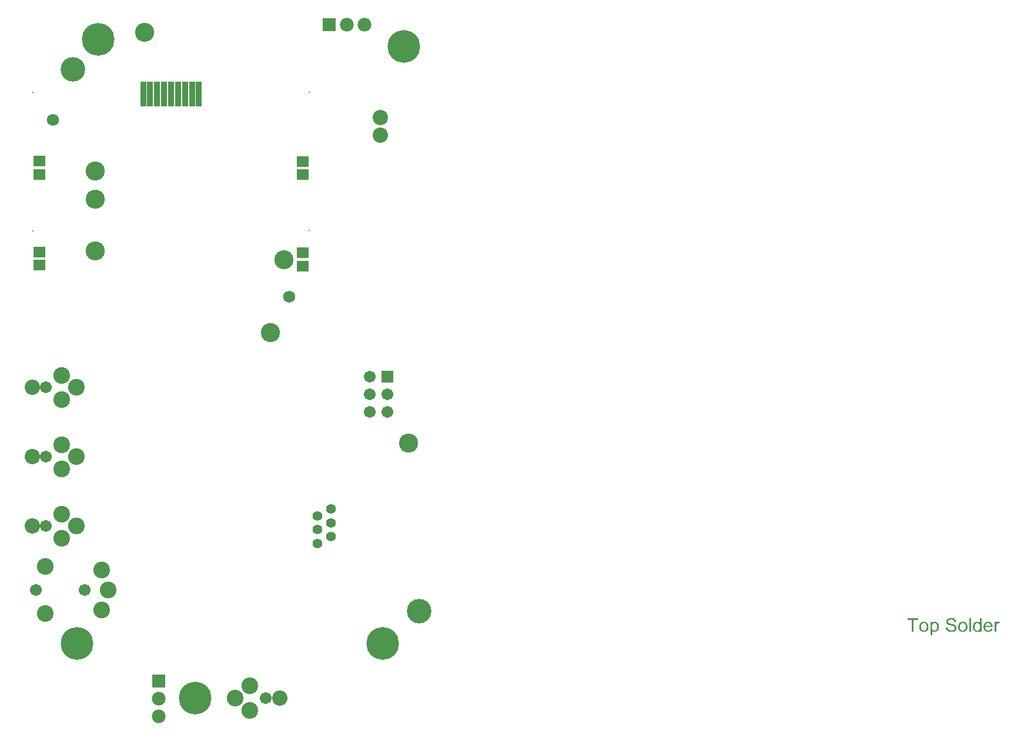
<source format=gts>
%FSLAX25Y25*%
%MOIN*%
G70*
G01*
G75*
G04 Layer_Color=8388736*
%ADD10R,0.05906X0.05118*%
%ADD11R,0.03000X0.13386*%
%ADD12C,0.01200*%
%ADD13C,0.02500*%
%ADD14C,0.05000*%
%ADD15C,0.17716*%
%ADD16C,0.08661*%
%ADD17C,0.05906*%
%ADD18C,0.10000*%
%ADD19C,0.07874*%
%ADD20C,0.07000*%
%ADD21R,0.07000X0.07000*%
%ADD22C,0.07874*%
%ADD23R,0.05906X0.05906*%
%ADD24R,0.07000X0.07000*%
%ADD25C,0.04724*%
%ADD26C,0.06000*%
%ADD27C,0.03150*%
%ADD28C,0.03937*%
%ADD29R,0.03937X0.11811*%
%ADD30R,0.02756X0.03937*%
%ADD31R,0.03600X0.03600*%
%ADD32R,0.05000X0.03600*%
%ADD33R,0.02362X0.03543*%
%ADD34R,0.03543X0.02362*%
%ADD35R,0.03937X0.04331*%
%ADD36R,0.09843X0.07087*%
%ADD37R,0.07087X0.09843*%
%ADD38R,0.06299X0.13780*%
%ADD39R,0.13780X0.06299*%
%ADD40R,0.03937X0.02362*%
%ADD41O,0.08858X0.01575*%
%ADD42R,0.06890X0.04921*%
%ADD43O,0.02165X0.06890*%
%ADD44O,0.06890X0.02165*%
%ADD45R,0.07087X0.03937*%
%ADD46R,0.04331X0.03937*%
%ADD47R,0.07874X0.03150*%
%ADD48R,0.03600X0.05000*%
%ADD49R,0.03600X0.03600*%
%ADD50R,0.02559X0.04331*%
%ADD51R,0.05315X0.01575*%
%ADD52R,0.06299X0.08268*%
%ADD53R,0.07480X0.07480*%
%ADD54R,0.21654X0.08465*%
%ADD55R,0.05000X0.02500*%
%ADD56R,0.10000X0.10512*%
%ADD57C,0.02000*%
%ADD58C,0.10000*%
%ADD59R,0.46850X0.13386*%
%ADD60R,0.24410X0.18504*%
%ADD61R,0.34646X0.04724*%
%ADD62R,0.25591X0.18110*%
%ADD63R,0.20079X0.05512*%
%ADD64R,0.10236X0.26378*%
%ADD65R,0.27559X0.20472*%
%ADD66R,0.27165X0.35433*%
%ADD67R,0.08661X0.04331*%
%ADD68R,0.09449X0.02362*%
%ADD69R,0.05118X0.07087*%
%ADD70R,0.03937X0.05118*%
%ADD71R,0.03937X0.03150*%
%ADD72R,0.07874X0.15748*%
%ADD73C,0.00965*%
%ADD74C,0.01000*%
%ADD75C,0.00500*%
%ADD76C,0.00700*%
%ADD77R,0.06706X0.05918*%
%ADD78R,0.03800X0.14186*%
%ADD79C,0.18517*%
%ADD80C,0.09461*%
%ADD81C,0.06706*%
%ADD82C,0.10800*%
%ADD83C,0.13874*%
%ADD84C,0.07800*%
%ADD85R,0.07800X0.07800*%
%ADD86C,0.08674*%
%ADD87R,0.06706X0.06706*%
%ADD88R,0.07800X0.07800*%
%ADD89C,0.05524*%
G04:AMPARAMS|DCode=90|XSize=8mil|YSize=8mil|CornerRadius=0mil|HoleSize=0mil|Usage=FLASHONLY|Rotation=90.000|XOffset=0mil|YOffset=0mil|HoleType=Round|Shape=RoundedRectangle|*
%AMROUNDEDRECTD90*
21,1,0.00800,0.00800,0,0,90.0*
21,1,0.00800,0.00800,0,0,90.0*
1,1,0.00000,0.00400,0.00400*
1,1,0.00000,0.00400,-0.00400*
1,1,0.00000,-0.00400,-0.00400*
1,1,0.00000,-0.00400,0.00400*
%
%ADD90ROUNDEDRECTD90*%
%ADD91C,0.06800*%
G36*
X548227Y24112D02*
X548315Y24101D01*
X548427Y24079D01*
X548549Y24057D01*
X548693Y24023D01*
X548827Y23990D01*
X548982Y23934D01*
X549126Y23879D01*
X549282Y23801D01*
X549438Y23712D01*
X549593Y23612D01*
X549738Y23490D01*
X549871Y23357D01*
X549882Y23345D01*
X549904Y23323D01*
X549937Y23279D01*
X549982Y23212D01*
X550037Y23134D01*
X550093Y23045D01*
X550160Y22934D01*
X550226Y22801D01*
X550293Y22657D01*
X550360Y22501D01*
X550415Y22323D01*
X550471Y22134D01*
X550515Y21923D01*
X550549Y21701D01*
X550571Y21468D01*
X550582Y21212D01*
Y21201D01*
Y21157D01*
Y21079D01*
X550571Y20968D01*
X546405D01*
Y20957D01*
Y20923D01*
X546416Y20879D01*
Y20812D01*
X546427Y20735D01*
X546449Y20646D01*
X546482Y20446D01*
X546549Y20223D01*
X546638Y19979D01*
X546760Y19757D01*
X546916Y19557D01*
X546927D01*
X546938Y19535D01*
X547005Y19479D01*
X547105Y19401D01*
X547238Y19324D01*
X547415Y19235D01*
X547615Y19157D01*
X547838Y19101D01*
X547960Y19090D01*
X548093Y19079D01*
X548182D01*
X548282Y19090D01*
X548404Y19113D01*
X548538Y19146D01*
X548693Y19190D01*
X548838Y19257D01*
X548982Y19346D01*
X548993Y19357D01*
X549049Y19401D01*
X549115Y19468D01*
X549193Y19557D01*
X549282Y19679D01*
X549382Y19835D01*
X549482Y20012D01*
X549571Y20223D01*
X550549Y20101D01*
Y20090D01*
X550537Y20068D01*
X550526Y20023D01*
X550504Y19957D01*
X550471Y19890D01*
X550437Y19801D01*
X550349Y19613D01*
X550238Y19401D01*
X550082Y19179D01*
X549904Y18968D01*
X549682Y18768D01*
X549671D01*
X549649Y18746D01*
X549615Y18724D01*
X549571Y18690D01*
X549504Y18657D01*
X549438Y18624D01*
X549349Y18579D01*
X549249Y18535D01*
X549138Y18490D01*
X549026Y18446D01*
X548749Y18379D01*
X548438Y18324D01*
X548093Y18302D01*
X547971D01*
X547893Y18313D01*
X547793Y18324D01*
X547671Y18346D01*
X547538Y18368D01*
X547393Y18390D01*
X547082Y18479D01*
X546916Y18546D01*
X546760Y18613D01*
X546593Y18701D01*
X546438Y18801D01*
X546293Y18913D01*
X546149Y19046D01*
X546138Y19057D01*
X546116Y19079D01*
X546082Y19124D01*
X546038Y19190D01*
X545982Y19268D01*
X545927Y19357D01*
X545860Y19468D01*
X545793Y19590D01*
X545727Y19735D01*
X545660Y19890D01*
X545605Y20068D01*
X545549Y20257D01*
X545505Y20457D01*
X545471Y20679D01*
X545449Y20912D01*
X545438Y21157D01*
Y21168D01*
Y21223D01*
Y21290D01*
X545449Y21390D01*
X545460Y21512D01*
X545471Y21646D01*
X545494Y21801D01*
X545527Y21957D01*
X545616Y22312D01*
X545671Y22490D01*
X545738Y22679D01*
X545827Y22857D01*
X545927Y23023D01*
X546038Y23190D01*
X546160Y23345D01*
X546171Y23357D01*
X546193Y23379D01*
X546238Y23412D01*
X546293Y23468D01*
X546360Y23523D01*
X546449Y23590D01*
X546549Y23668D01*
X546671Y23734D01*
X546793Y23812D01*
X546938Y23879D01*
X547093Y23945D01*
X547260Y24001D01*
X547438Y24057D01*
X547627Y24090D01*
X547827Y24112D01*
X548038Y24123D01*
X548149D01*
X548227Y24112D01*
D02*
G37*
G36*
X533861D02*
X533961Y24101D01*
X534072Y24079D01*
X534195Y24057D01*
X534339Y24034D01*
X534639Y23934D01*
X534795Y23879D01*
X534950Y23801D01*
X535106Y23723D01*
X535261Y23612D01*
X535406Y23501D01*
X535550Y23368D01*
X535561Y23357D01*
X535583Y23334D01*
X535617Y23290D01*
X535661Y23234D01*
X535717Y23156D01*
X535783Y23057D01*
X535850Y22945D01*
X535917Y22823D01*
X535983Y22690D01*
X536050Y22523D01*
X536117Y22357D01*
X536172Y22168D01*
X536217Y21968D01*
X536250Y21757D01*
X536272Y21534D01*
X536283Y21290D01*
Y21279D01*
Y21246D01*
Y21190D01*
Y21112D01*
X536272Y21023D01*
X536261Y20912D01*
Y20801D01*
X536239Y20679D01*
X536206Y20401D01*
X536139Y20123D01*
X536061Y19846D01*
X535950Y19590D01*
Y19579D01*
X535939Y19568D01*
X535917Y19535D01*
X535894Y19490D01*
X535817Y19379D01*
X535717Y19246D01*
X535583Y19090D01*
X535417Y18935D01*
X535228Y18779D01*
X535006Y18635D01*
X534995D01*
X534983Y18624D01*
X534950Y18601D01*
X534895Y18579D01*
X534839Y18557D01*
X534772Y18535D01*
X534606Y18468D01*
X534417Y18413D01*
X534184Y18357D01*
X533939Y18313D01*
X533673Y18302D01*
X533561D01*
X533472Y18313D01*
X533372Y18324D01*
X533261Y18346D01*
X533128Y18368D01*
X532995Y18390D01*
X532695Y18479D01*
X532528Y18546D01*
X532373Y18613D01*
X532217Y18701D01*
X532061Y18801D01*
X531917Y18913D01*
X531773Y19046D01*
X531762Y19057D01*
X531739Y19079D01*
X531706Y19124D01*
X531662Y19190D01*
X531606Y19268D01*
X531551Y19357D01*
X531484Y19468D01*
X531417Y19601D01*
X531351Y19746D01*
X531284Y19912D01*
X531228Y20090D01*
X531173Y20279D01*
X531128Y20490D01*
X531095Y20712D01*
X531073Y20957D01*
X531062Y21212D01*
Y21235D01*
Y21279D01*
X531073Y21357D01*
Y21468D01*
X531084Y21590D01*
X531106Y21746D01*
X531128Y21901D01*
X531173Y22079D01*
X531217Y22257D01*
X531273Y22445D01*
X531339Y22646D01*
X531428Y22834D01*
X531517Y23012D01*
X531639Y23190D01*
X531762Y23357D01*
X531917Y23501D01*
X531928Y23512D01*
X531950Y23523D01*
X531995Y23557D01*
X532050Y23601D01*
X532117Y23645D01*
X532206Y23701D01*
X532295Y23756D01*
X532406Y23812D01*
X532528Y23868D01*
X532661Y23923D01*
X532961Y24023D01*
X533306Y24101D01*
X533484Y24112D01*
X533673Y24123D01*
X533784D01*
X533861Y24112D01*
D02*
G37*
G36*
X538316Y18424D02*
X537372D01*
Y26112D01*
X538316D01*
Y18424D01*
D02*
G37*
G36*
X508375Y25201D02*
X505842D01*
Y18424D01*
X504820D01*
Y25201D01*
X502287D01*
Y26112D01*
X508375D01*
Y25201D01*
D02*
G37*
G36*
X511752Y24112D02*
X511852Y24101D01*
X511964Y24079D01*
X512086Y24057D01*
X512230Y24034D01*
X512530Y23934D01*
X512686Y23879D01*
X512841Y23801D01*
X512997Y23723D01*
X513152Y23612D01*
X513297Y23501D01*
X513441Y23368D01*
X513452Y23357D01*
X513475Y23334D01*
X513508Y23290D01*
X513552Y23234D01*
X513608Y23156D01*
X513674Y23057D01*
X513741Y22945D01*
X513808Y22823D01*
X513874Y22690D01*
X513941Y22523D01*
X514008Y22357D01*
X514063Y22168D01*
X514108Y21968D01*
X514141Y21757D01*
X514163Y21534D01*
X514174Y21290D01*
Y21279D01*
Y21246D01*
Y21190D01*
Y21112D01*
X514163Y21023D01*
X514152Y20912D01*
Y20801D01*
X514130Y20679D01*
X514097Y20401D01*
X514030Y20123D01*
X513952Y19846D01*
X513841Y19590D01*
Y19579D01*
X513830Y19568D01*
X513808Y19535D01*
X513786Y19490D01*
X513708Y19379D01*
X513608Y19246D01*
X513475Y19090D01*
X513308Y18935D01*
X513119Y18779D01*
X512897Y18635D01*
X512886D01*
X512875Y18624D01*
X512841Y18601D01*
X512786Y18579D01*
X512730Y18557D01*
X512664Y18535D01*
X512497Y18468D01*
X512308Y18413D01*
X512075Y18357D01*
X511830Y18313D01*
X511564Y18302D01*
X511452D01*
X511364Y18313D01*
X511264Y18324D01*
X511153Y18346D01*
X511019Y18368D01*
X510886Y18390D01*
X510586Y18479D01*
X510419Y18546D01*
X510264Y18613D01*
X510108Y18701D01*
X509953Y18801D01*
X509808Y18913D01*
X509664Y19046D01*
X509653Y19057D01*
X509630Y19079D01*
X509597Y19124D01*
X509553Y19190D01*
X509497Y19268D01*
X509442Y19357D01*
X509375Y19468D01*
X509308Y19601D01*
X509242Y19746D01*
X509175Y19912D01*
X509119Y20090D01*
X509064Y20279D01*
X509019Y20490D01*
X508986Y20712D01*
X508964Y20957D01*
X508953Y21212D01*
Y21235D01*
Y21279D01*
X508964Y21357D01*
Y21468D01*
X508975Y21590D01*
X508997Y21746D01*
X509019Y21901D01*
X509064Y22079D01*
X509108Y22257D01*
X509164Y22445D01*
X509231Y22646D01*
X509319Y22834D01*
X509408Y23012D01*
X509530Y23190D01*
X509653Y23357D01*
X509808Y23501D01*
X509819Y23512D01*
X509841Y23523D01*
X509886Y23557D01*
X509941Y23601D01*
X510008Y23645D01*
X510097Y23701D01*
X510186Y23756D01*
X510297Y23812D01*
X510419Y23868D01*
X510553Y23923D01*
X510852Y24023D01*
X511197Y24101D01*
X511375Y24112D01*
X511564Y24123D01*
X511675D01*
X511752Y24112D01*
D02*
G37*
G36*
X544260Y18424D02*
X543383D01*
Y19124D01*
X543371Y19113D01*
X543360Y19090D01*
X543327Y19046D01*
X543283Y18990D01*
X543227Y18935D01*
X543160Y18868D01*
X543083Y18790D01*
X542983Y18712D01*
X542883Y18635D01*
X542772Y18557D01*
X542638Y18490D01*
X542494Y18435D01*
X542349Y18379D01*
X542183Y18335D01*
X542005Y18313D01*
X541816Y18302D01*
X541749D01*
X541705Y18313D01*
X541572Y18324D01*
X541416Y18346D01*
X541227Y18390D01*
X541016Y18457D01*
X540805Y18546D01*
X540594Y18668D01*
X540583D01*
X540572Y18690D01*
X540505Y18735D01*
X540405Y18824D01*
X540283Y18935D01*
X540138Y19079D01*
X539994Y19257D01*
X539850Y19457D01*
X539727Y19690D01*
Y19701D01*
X539716Y19724D01*
X539705Y19757D01*
X539683Y19801D01*
X539661Y19868D01*
X539627Y19946D01*
X539605Y20023D01*
X539583Y20123D01*
X539527Y20346D01*
X539472Y20601D01*
X539439Y20890D01*
X539428Y21201D01*
Y21212D01*
Y21235D01*
Y21279D01*
Y21346D01*
X539439Y21412D01*
Y21501D01*
X539461Y21701D01*
X539494Y21935D01*
X539550Y22190D01*
X539616Y22457D01*
X539705Y22712D01*
Y22723D01*
X539716Y22746D01*
X539739Y22779D01*
X539761Y22823D01*
X539827Y22945D01*
X539916Y23101D01*
X540027Y23268D01*
X540172Y23434D01*
X540339Y23612D01*
X540539Y23756D01*
X540550D01*
X540561Y23768D01*
X540594Y23790D01*
X540638Y23812D01*
X540750Y23868D01*
X540905Y23945D01*
X541083Y24012D01*
X541294Y24068D01*
X541527Y24112D01*
X541772Y24123D01*
X541860D01*
X541949Y24112D01*
X542072Y24101D01*
X542216Y24068D01*
X542372Y24034D01*
X542527Y23979D01*
X542672Y23901D01*
X542694Y23890D01*
X542738Y23868D01*
X542805Y23812D01*
X542894Y23756D01*
X543005Y23679D01*
X543105Y23579D01*
X543216Y23479D01*
X543316Y23357D01*
Y26112D01*
X544260D01*
Y18424D01*
D02*
G37*
G36*
X527240Y26234D02*
X527318D01*
X527529Y26212D01*
X527762Y26179D01*
X528006Y26123D01*
X528273Y26056D01*
X528517Y25967D01*
X528528D01*
X528551Y25956D01*
X528584Y25934D01*
X528628Y25912D01*
X528740Y25856D01*
X528884Y25756D01*
X529051Y25645D01*
X529217Y25501D01*
X529373Y25334D01*
X529517Y25145D01*
Y25134D01*
X529528Y25123D01*
X529551Y25090D01*
X529573Y25056D01*
X529628Y24945D01*
X529695Y24801D01*
X529773Y24623D01*
X529828Y24412D01*
X529884Y24190D01*
X529906Y23945D01*
X528929Y23868D01*
Y23879D01*
Y23901D01*
X528917Y23934D01*
X528906Y23990D01*
X528873Y24112D01*
X528828Y24279D01*
X528762Y24456D01*
X528662Y24634D01*
X528540Y24801D01*
X528384Y24956D01*
X528362Y24968D01*
X528306Y25012D01*
X528195Y25079D01*
X528051Y25145D01*
X527862Y25212D01*
X527640Y25279D01*
X527362Y25323D01*
X527051Y25334D01*
X526895D01*
X526829Y25323D01*
X526740Y25312D01*
X526540Y25290D01*
X526318Y25245D01*
X526095Y25190D01*
X525884Y25101D01*
X525796Y25045D01*
X525707Y24990D01*
X525684Y24979D01*
X525640Y24934D01*
X525573Y24856D01*
X525507Y24768D01*
X525429Y24645D01*
X525362Y24512D01*
X525318Y24356D01*
X525295Y24179D01*
Y24157D01*
Y24112D01*
X525307Y24034D01*
X525329Y23945D01*
X525362Y23834D01*
X525418Y23723D01*
X525484Y23612D01*
X525584Y23501D01*
X525596Y23490D01*
X525651Y23457D01*
X525696Y23423D01*
X525740Y23401D01*
X525807Y23368D01*
X525884Y23323D01*
X525984Y23290D01*
X526095Y23245D01*
X526218Y23201D01*
X526362Y23145D01*
X526518Y23101D01*
X526695Y23045D01*
X526895Y23001D01*
X527118Y22945D01*
X527129D01*
X527173Y22934D01*
X527240Y22923D01*
X527318Y22901D01*
X527418Y22879D01*
X527540Y22846D01*
X527662Y22812D01*
X527795Y22779D01*
X528084Y22701D01*
X528362Y22623D01*
X528495Y22579D01*
X528617Y22534D01*
X528728Y22501D01*
X528817Y22457D01*
X528828D01*
X528851Y22445D01*
X528884Y22423D01*
X528929Y22401D01*
X529051Y22334D01*
X529195Y22245D01*
X529362Y22123D01*
X529528Y21990D01*
X529684Y21835D01*
X529817Y21668D01*
X529828Y21646D01*
X529873Y21590D01*
X529917Y21490D01*
X529984Y21357D01*
X530040Y21201D01*
X530095Y21012D01*
X530128Y20801D01*
X530139Y20579D01*
Y20568D01*
Y20557D01*
Y20524D01*
Y20479D01*
X530117Y20357D01*
X530095Y20201D01*
X530051Y20023D01*
X529995Y19835D01*
X529906Y19635D01*
X529784Y19424D01*
Y19412D01*
X529773Y19401D01*
X529717Y19335D01*
X529639Y19235D01*
X529528Y19124D01*
X529384Y18990D01*
X529206Y18846D01*
X529006Y18712D01*
X528773Y18590D01*
X528762D01*
X528740Y18579D01*
X528706Y18568D01*
X528662Y18546D01*
X528595Y18524D01*
X528517Y18490D01*
X528340Y18446D01*
X528129Y18390D01*
X527873Y18335D01*
X527595Y18302D01*
X527295Y18290D01*
X527118D01*
X527029Y18302D01*
X526929D01*
X526818Y18313D01*
X526684Y18324D01*
X526406Y18368D01*
X526118Y18413D01*
X525829Y18490D01*
X525551Y18590D01*
X525540D01*
X525518Y18601D01*
X525484Y18624D01*
X525440Y18646D01*
X525307Y18712D01*
X525151Y18812D01*
X524973Y18946D01*
X524785Y19101D01*
X524607Y19290D01*
X524440Y19501D01*
Y19512D01*
X524418Y19535D01*
X524407Y19568D01*
X524373Y19613D01*
X524351Y19668D01*
X524318Y19735D01*
X524240Y19901D01*
X524162Y20112D01*
X524096Y20346D01*
X524051Y20612D01*
X524029Y20890D01*
X524985Y20979D01*
Y20968D01*
Y20957D01*
X524996Y20923D01*
Y20879D01*
X525018Y20779D01*
X525051Y20635D01*
X525096Y20490D01*
X525140Y20324D01*
X525218Y20168D01*
X525295Y20023D01*
X525307Y20012D01*
X525340Y19968D01*
X525395Y19890D01*
X525484Y19812D01*
X525596Y19713D01*
X525718Y19613D01*
X525884Y19512D01*
X526062Y19424D01*
X526073D01*
X526084Y19412D01*
X526118Y19401D01*
X526151Y19390D01*
X526262Y19357D01*
X526406Y19312D01*
X526584Y19268D01*
X526784Y19235D01*
X527006Y19212D01*
X527251Y19201D01*
X527351D01*
X527462Y19212D01*
X527595Y19224D01*
X527751Y19246D01*
X527929Y19268D01*
X528106Y19312D01*
X528273Y19368D01*
X528295Y19379D01*
X528351Y19401D01*
X528429Y19446D01*
X528528Y19490D01*
X528628Y19568D01*
X528740Y19646D01*
X528851Y19735D01*
X528940Y19846D01*
X528951Y19857D01*
X528973Y19901D01*
X529006Y19957D01*
X529051Y20046D01*
X529095Y20135D01*
X529129Y20246D01*
X529151Y20368D01*
X529162Y20501D01*
Y20512D01*
Y20568D01*
X529151Y20635D01*
X529140Y20723D01*
X529106Y20812D01*
X529073Y20923D01*
X529017Y21035D01*
X528940Y21135D01*
X528929Y21146D01*
X528895Y21179D01*
X528851Y21223D01*
X528773Y21290D01*
X528684Y21357D01*
X528562Y21434D01*
X528417Y21512D01*
X528251Y21579D01*
X528240Y21590D01*
X528184Y21601D01*
X528095Y21634D01*
X528040Y21646D01*
X527962Y21668D01*
X527884Y21701D01*
X527784Y21723D01*
X527673Y21757D01*
X527540Y21790D01*
X527406Y21823D01*
X527251Y21868D01*
X527073Y21912D01*
X526884Y21957D01*
X526873D01*
X526840Y21968D01*
X526784Y21979D01*
X526718Y22001D01*
X526629Y22023D01*
X526529Y22046D01*
X526306Y22112D01*
X526062Y22190D01*
X525807Y22268D01*
X525584Y22345D01*
X525484Y22390D01*
X525395Y22434D01*
X525384D01*
X525373Y22445D01*
X525307Y22490D01*
X525207Y22546D01*
X525096Y22634D01*
X524962Y22734D01*
X524829Y22857D01*
X524696Y23001D01*
X524584Y23156D01*
X524573Y23179D01*
X524540Y23234D01*
X524496Y23323D01*
X524451Y23434D01*
X524407Y23579D01*
X524362Y23745D01*
X524329Y23923D01*
X524318Y24112D01*
Y24123D01*
Y24134D01*
Y24168D01*
Y24212D01*
X524340Y24323D01*
X524362Y24467D01*
X524396Y24634D01*
X524451Y24823D01*
X524529Y25012D01*
X524640Y25201D01*
Y25212D01*
X524651Y25223D01*
X524707Y25290D01*
X524785Y25379D01*
X524885Y25490D01*
X525018Y25612D01*
X525184Y25745D01*
X525384Y25867D01*
X525607Y25978D01*
X525618D01*
X525640Y25990D01*
X525673Y26001D01*
X525718Y26023D01*
X525773Y26045D01*
X525851Y26067D01*
X526018Y26112D01*
X526229Y26156D01*
X526473Y26201D01*
X526729Y26234D01*
X527018Y26245D01*
X527162D01*
X527240Y26234D01*
D02*
G37*
G36*
X553959Y24112D02*
X554081Y24090D01*
X554226Y24045D01*
X554382Y23990D01*
X554559Y23912D01*
X554748Y23812D01*
X554404Y22945D01*
X554393Y22957D01*
X554348Y22979D01*
X554282Y23012D01*
X554193Y23045D01*
X554093Y23079D01*
X553970Y23112D01*
X553848Y23134D01*
X553726Y23145D01*
X553671D01*
X553615Y23134D01*
X553537Y23123D01*
X553459Y23101D01*
X553359Y23068D01*
X553259Y23023D01*
X553170Y22957D01*
X553159Y22945D01*
X553126Y22923D01*
X553093Y22879D01*
X553037Y22823D01*
X552982Y22746D01*
X552926Y22657D01*
X552871Y22557D01*
X552826Y22434D01*
X552815Y22412D01*
X552804Y22345D01*
X552782Y22245D01*
X552748Y22112D01*
X552715Y21946D01*
X552693Y21757D01*
X552682Y21557D01*
X552671Y21335D01*
Y18424D01*
X551726D01*
Y24001D01*
X552582D01*
Y23156D01*
X552593Y23168D01*
X552637Y23245D01*
X552693Y23345D01*
X552782Y23468D01*
X552871Y23590D01*
X552971Y23723D01*
X553070Y23834D01*
X553170Y23923D01*
X553182Y23934D01*
X553215Y23956D01*
X553282Y23990D01*
X553348Y24023D01*
X553437Y24057D01*
X553548Y24090D01*
X553659Y24112D01*
X553782Y24123D01*
X553859D01*
X553959Y24112D01*
D02*
G37*
G36*
X517930D02*
X518007Y24101D01*
X518174Y24079D01*
X518374Y24034D01*
X518585Y23968D01*
X518796Y23868D01*
X519007Y23745D01*
X519018D01*
X519030Y23723D01*
X519096Y23679D01*
X519196Y23590D01*
X519318Y23479D01*
X519452Y23334D01*
X519585Y23156D01*
X519718Y22945D01*
X519829Y22712D01*
Y22701D01*
X519840Y22679D01*
X519852Y22646D01*
X519874Y22601D01*
X519896Y22534D01*
X519918Y22457D01*
X519974Y22279D01*
X520029Y22057D01*
X520074Y21812D01*
X520107Y21534D01*
X520118Y21246D01*
Y21235D01*
Y21212D01*
Y21168D01*
Y21101D01*
X520107Y21023D01*
Y20934D01*
X520085Y20735D01*
X520041Y20490D01*
X519985Y20235D01*
X519907Y19968D01*
X519807Y19701D01*
Y19690D01*
X519796Y19668D01*
X519774Y19635D01*
X519752Y19590D01*
X519674Y19468D01*
X519574Y19312D01*
X519452Y19146D01*
X519296Y18979D01*
X519118Y18812D01*
X518907Y18657D01*
X518896D01*
X518885Y18646D01*
X518852Y18624D01*
X518807Y18601D01*
X518696Y18546D01*
X518541Y18479D01*
X518352Y18413D01*
X518152Y18357D01*
X517918Y18313D01*
X517685Y18302D01*
X517607D01*
X517519Y18313D01*
X517407Y18324D01*
X517274Y18346D01*
X517130Y18379D01*
X516985Y18424D01*
X516841Y18490D01*
X516830Y18501D01*
X516774Y18524D01*
X516708Y18568D01*
X516619Y18635D01*
X516530Y18701D01*
X516419Y18790D01*
X516319Y18890D01*
X516230Y19001D01*
Y16291D01*
X515285D01*
Y24001D01*
X516141D01*
Y23268D01*
X516152Y23290D01*
X516196Y23334D01*
X516252Y23412D01*
X516341Y23501D01*
X516441Y23612D01*
X516552Y23712D01*
X516685Y23812D01*
X516819Y23901D01*
X516841Y23912D01*
X516885Y23934D01*
X516974Y23968D01*
X517085Y24012D01*
X517219Y24057D01*
X517374Y24090D01*
X517552Y24112D01*
X517752Y24123D01*
X517874D01*
X517930Y24112D01*
D02*
G37*
%LPC*%
G36*
X541872Y23345D02*
X541816D01*
X541772Y23334D01*
X541649Y23323D01*
X541505Y23279D01*
X541338Y23223D01*
X541161Y23123D01*
X540983Y23001D01*
X540894Y22912D01*
X540816Y22823D01*
Y22812D01*
X540794Y22801D01*
X540783Y22768D01*
X540750Y22723D01*
X540716Y22668D01*
X540683Y22601D01*
X540650Y22523D01*
X540605Y22434D01*
X540561Y22323D01*
X540527Y22201D01*
X540494Y22068D01*
X540461Y21923D01*
X540439Y21768D01*
X540416Y21590D01*
X540394Y21401D01*
Y21201D01*
Y21190D01*
Y21157D01*
Y21101D01*
X540405Y21023D01*
Y20934D01*
X540416Y20835D01*
X540450Y20601D01*
X540505Y20346D01*
X540583Y20079D01*
X540694Y19824D01*
X540761Y19713D01*
X540838Y19601D01*
X540849D01*
X540861Y19579D01*
X540916Y19524D01*
X541016Y19435D01*
X541138Y19346D01*
X541294Y19246D01*
X541483Y19157D01*
X541683Y19101D01*
X541794Y19090D01*
X541905Y19079D01*
X541960D01*
X542005Y19090D01*
X542127Y19101D01*
X542272Y19146D01*
X542438Y19201D01*
X542616Y19290D01*
X542794Y19412D01*
X542883Y19490D01*
X542960Y19579D01*
Y19590D01*
X542983Y19601D01*
X543005Y19635D01*
X543027Y19679D01*
X543060Y19735D01*
X543105Y19790D01*
X543138Y19879D01*
X543183Y19968D01*
X543227Y20068D01*
X543260Y20179D01*
X543305Y20312D01*
X543338Y20446D01*
X543360Y20601D01*
X543383Y20757D01*
X543405Y20934D01*
Y21123D01*
Y21135D01*
Y21179D01*
Y21235D01*
X543394Y21312D01*
Y21401D01*
X543383Y21512D01*
X543371Y21634D01*
X543349Y21768D01*
X543294Y22034D01*
X543216Y22312D01*
X543105Y22579D01*
X543038Y22690D01*
X542960Y22801D01*
Y22812D01*
X542938Y22823D01*
X542883Y22890D01*
X542783Y22979D01*
X542661Y23079D01*
X542505Y23179D01*
X542316Y23257D01*
X542105Y23323D01*
X541994Y23334D01*
X541872Y23345D01*
D02*
G37*
G36*
X548049D02*
X547982D01*
X547938Y23334D01*
X547816Y23323D01*
X547671Y23290D01*
X547493Y23234D01*
X547304Y23156D01*
X547127Y23045D01*
X546949Y22901D01*
X546927Y22879D01*
X546882Y22823D01*
X546805Y22723D01*
X546727Y22590D01*
X546638Y22434D01*
X546560Y22234D01*
X546493Y22001D01*
X546460Y21746D01*
X549582D01*
Y21757D01*
Y21779D01*
X549571Y21812D01*
Y21857D01*
X549549Y21990D01*
X549515Y22134D01*
X549460Y22312D01*
X549404Y22479D01*
X549315Y22646D01*
X549215Y22790D01*
Y22801D01*
X549193Y22812D01*
X549138Y22879D01*
X549038Y22968D01*
X548904Y23068D01*
X548738Y23168D01*
X548538Y23257D01*
X548304Y23323D01*
X548182Y23334D01*
X548049Y23345D01*
D02*
G37*
G36*
X533673D02*
X533606D01*
X533550Y23334D01*
X533428Y23323D01*
X533261Y23279D01*
X533073Y23212D01*
X532872Y23123D01*
X532684Y22990D01*
X532584Y22901D01*
X532495Y22812D01*
Y22801D01*
X532473Y22790D01*
X532450Y22757D01*
X532417Y22712D01*
X532384Y22657D01*
X532350Y22590D01*
X532306Y22501D01*
X532262Y22412D01*
X532217Y22301D01*
X532173Y22190D01*
X532139Y22057D01*
X532106Y21912D01*
X532073Y21757D01*
X532050Y21590D01*
X532039Y21401D01*
X532028Y21212D01*
Y21201D01*
Y21168D01*
Y21112D01*
X532039Y21035D01*
Y20946D01*
X532050Y20846D01*
X532084Y20612D01*
X532139Y20346D01*
X532228Y20079D01*
X532339Y19824D01*
X532417Y19713D01*
X532495Y19601D01*
X532506D01*
X532517Y19579D01*
X532584Y19524D01*
X532684Y19435D01*
X532817Y19346D01*
X532984Y19246D01*
X533184Y19157D01*
X533417Y19101D01*
X533539Y19090D01*
X533673Y19079D01*
X533739D01*
X533795Y19090D01*
X533917Y19113D01*
X534084Y19146D01*
X534261Y19212D01*
X534461Y19301D01*
X534650Y19435D01*
X534750Y19524D01*
X534839Y19613D01*
X534850Y19624D01*
X534861Y19635D01*
X534883Y19668D01*
X534917Y19713D01*
X534950Y19768D01*
X534995Y19835D01*
X535039Y19924D01*
X535083Y20012D01*
X535128Y20123D01*
X535161Y20246D01*
X535206Y20379D01*
X535239Y20524D01*
X535272Y20690D01*
X535294Y20857D01*
X535317Y21046D01*
Y21246D01*
Y21257D01*
Y21290D01*
Y21346D01*
X535306Y21412D01*
Y21501D01*
X535294Y21601D01*
X535261Y21835D01*
X535206Y22079D01*
X535117Y22345D01*
X534995Y22590D01*
X534928Y22712D01*
X534839Y22812D01*
Y22823D01*
X534817Y22834D01*
X534750Y22901D01*
X534650Y22979D01*
X534517Y23079D01*
X534350Y23179D01*
X534150Y23268D01*
X533928Y23323D01*
X533806Y23334D01*
X533673Y23345D01*
D02*
G37*
G36*
X511564D02*
X511497D01*
X511441Y23334D01*
X511319Y23323D01*
X511153Y23279D01*
X510964Y23212D01*
X510764Y23123D01*
X510575Y22990D01*
X510475Y22901D01*
X510386Y22812D01*
Y22801D01*
X510364Y22790D01*
X510342Y22757D01*
X510308Y22712D01*
X510275Y22657D01*
X510242Y22590D01*
X510197Y22501D01*
X510153Y22412D01*
X510108Y22301D01*
X510064Y22190D01*
X510030Y22057D01*
X509997Y21912D01*
X509964Y21757D01*
X509941Y21590D01*
X509930Y21401D01*
X509919Y21212D01*
Y21201D01*
Y21168D01*
Y21112D01*
X509930Y21035D01*
Y20946D01*
X509941Y20846D01*
X509975Y20612D01*
X510030Y20346D01*
X510119Y20079D01*
X510230Y19824D01*
X510308Y19713D01*
X510386Y19601D01*
X510397D01*
X510408Y19579D01*
X510475Y19524D01*
X510575Y19435D01*
X510708Y19346D01*
X510875Y19246D01*
X511075Y19157D01*
X511308Y19101D01*
X511430Y19090D01*
X511564Y19079D01*
X511630D01*
X511686Y19090D01*
X511808Y19113D01*
X511975Y19146D01*
X512152Y19212D01*
X512352Y19301D01*
X512541Y19435D01*
X512641Y19524D01*
X512730Y19613D01*
X512741Y19624D01*
X512752Y19635D01*
X512775Y19668D01*
X512808Y19713D01*
X512841Y19768D01*
X512886Y19835D01*
X512930Y19924D01*
X512975Y20012D01*
X513019Y20123D01*
X513052Y20246D01*
X513097Y20379D01*
X513130Y20524D01*
X513163Y20690D01*
X513186Y20857D01*
X513208Y21046D01*
Y21246D01*
Y21257D01*
Y21290D01*
Y21346D01*
X513197Y21412D01*
Y21501D01*
X513186Y21601D01*
X513152Y21835D01*
X513097Y22079D01*
X513008Y22345D01*
X512886Y22590D01*
X512819Y22712D01*
X512730Y22812D01*
Y22823D01*
X512708Y22834D01*
X512641Y22901D01*
X512541Y22979D01*
X512408Y23079D01*
X512241Y23179D01*
X512041Y23268D01*
X511819Y23323D01*
X511697Y23334D01*
X511564Y23345D01*
D02*
G37*
G36*
X517663Y23379D02*
X517607D01*
X517563Y23368D01*
X517452Y23345D01*
X517307Y23312D01*
X517141Y23245D01*
X516963Y23145D01*
X516863Y23079D01*
X516774Y23001D01*
X516685Y22912D01*
X516596Y22812D01*
Y22801D01*
X516574Y22790D01*
X516552Y22757D01*
X516530Y22712D01*
X516496Y22646D01*
X516452Y22579D01*
X516407Y22490D01*
X516374Y22401D01*
X516330Y22290D01*
X516285Y22168D01*
X516252Y22034D01*
X516208Y21890D01*
X516185Y21723D01*
X516163Y21557D01*
X516141Y21379D01*
Y21179D01*
Y21168D01*
Y21135D01*
Y21079D01*
X516152Y21001D01*
Y20912D01*
X516163Y20812D01*
X516196Y20579D01*
X516252Y20312D01*
X516319Y20057D01*
X516430Y19801D01*
X516496Y19690D01*
X516574Y19590D01*
X516596Y19568D01*
X516652Y19512D01*
X516741Y19424D01*
X516863Y19335D01*
X517019Y19246D01*
X517196Y19157D01*
X517396Y19101D01*
X517507Y19090D01*
X517619Y19079D01*
X517685D01*
X517730Y19090D01*
X517841Y19113D01*
X517996Y19146D01*
X518163Y19212D01*
X518341Y19301D01*
X518518Y19435D01*
X518607Y19512D01*
X518696Y19601D01*
Y19613D01*
X518718Y19624D01*
X518741Y19657D01*
X518763Y19701D01*
X518807Y19757D01*
X518841Y19835D01*
X518885Y19912D01*
X518929Y20012D01*
X518963Y20112D01*
X519007Y20246D01*
X519052Y20379D01*
X519085Y20524D01*
X519107Y20690D01*
X519130Y20868D01*
X519152Y21057D01*
Y21257D01*
Y21268D01*
Y21301D01*
Y21357D01*
X519141Y21434D01*
Y21523D01*
X519130Y21623D01*
X519096Y21857D01*
X519041Y22112D01*
X518963Y22368D01*
X518852Y22623D01*
X518785Y22746D01*
X518707Y22846D01*
Y22857D01*
X518685Y22868D01*
X518630Y22934D01*
X518541Y23012D01*
X518418Y23112D01*
X518263Y23212D01*
X518085Y23301D01*
X517885Y23357D01*
X517774Y23368D01*
X517663Y23379D01*
D02*
G37*
%LPD*%
D77*
X159327Y233314D02*
D03*
Y225833D02*
D03*
X159459Y277610D02*
D03*
Y285090D02*
D03*
X9879Y233846D02*
D03*
Y226366D02*
D03*
X10107Y277861D02*
D03*
Y285341D02*
D03*
D78*
X88668Y323321D02*
D03*
X92567D02*
D03*
X96567D02*
D03*
X100468D02*
D03*
X68919D02*
D03*
X84667D02*
D03*
X80730D02*
D03*
X76793D02*
D03*
X72856D02*
D03*
D79*
X98402Y-19291D02*
D03*
X43365Y354509D02*
D03*
X204715Y11791D02*
D03*
X31506Y11824D02*
D03*
X216544Y350405D02*
D03*
D80*
X48942Y42112D02*
D03*
X45399Y30891D02*
D03*
Y53332D02*
D03*
X13509Y28726D02*
D03*
Y55498D02*
D03*
X121021Y-19198D02*
D03*
X129289Y-26088D02*
D03*
Y-12308D02*
D03*
X22800Y110781D02*
D03*
Y124561D02*
D03*
X31068Y117671D02*
D03*
X31068Y78301D02*
D03*
X22800Y85191D02*
D03*
Y71411D02*
D03*
X22800Y150151D02*
D03*
Y163931D02*
D03*
X31068Y157041D02*
D03*
D81*
X7997Y42112D02*
D03*
X35556D02*
D03*
X197480Y162992D02*
D03*
X207480Y152992D02*
D03*
X197480D02*
D03*
X207480Y142992D02*
D03*
X197480D02*
D03*
X138344Y-19198D02*
D03*
X13745Y117671D02*
D03*
X13745Y78301D02*
D03*
X13745Y157041D02*
D03*
D82*
X219291Y125591D02*
D03*
X148819Y229528D02*
D03*
X141186Y188189D02*
D03*
X69788Y358492D02*
D03*
X41776Y234345D02*
D03*
Y263873D02*
D03*
Y279621D02*
D03*
D83*
X29144Y337327D02*
D03*
X225272Y29943D02*
D03*
D84*
X194532Y362928D02*
D03*
X184532D02*
D03*
X77777Y-29656D02*
D03*
Y-19657D02*
D03*
D85*
X174532Y362928D02*
D03*
D86*
X203406Y300125D02*
D03*
Y309967D02*
D03*
X146218Y-19198D02*
D03*
X5871Y117671D02*
D03*
X5871Y78301D02*
D03*
X5871Y157041D02*
D03*
D87*
X207480Y162992D02*
D03*
D88*
X77777Y-9657D02*
D03*
D89*
X167609Y68409D02*
D03*
X175483Y72347D02*
D03*
X167609Y76284D02*
D03*
X175483Y80221D02*
D03*
X167609Y84158D02*
D03*
X175483Y88095D02*
D03*
D90*
X6321Y245762D02*
D03*
X163014Y246156D02*
D03*
Y324502D02*
D03*
X6321D02*
D03*
D91*
X17738Y308773D02*
D03*
X151667Y208360D02*
D03*
M02*

</source>
